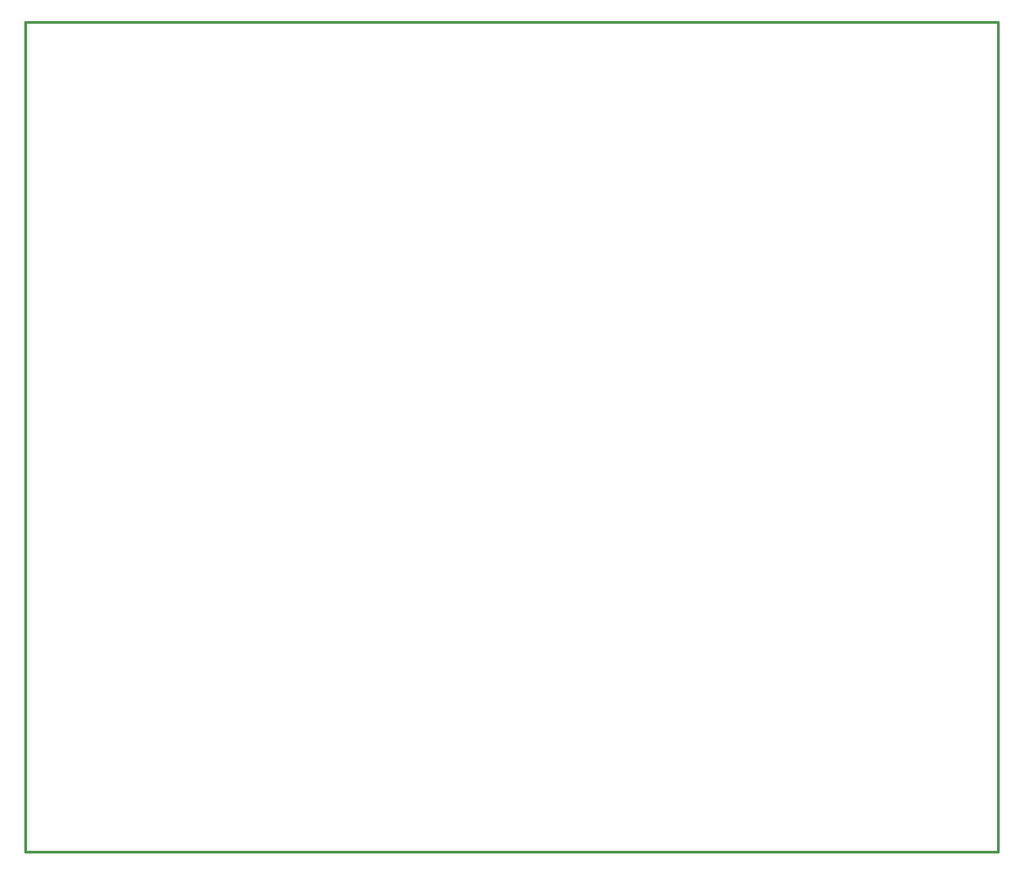
<source format=gbr>
G04 (created by PCBNEW-RS274X (2011-05-25)-stable) date Sat 09 Jun 2012 10:58:35 AM MDT*
G01*
G70*
G90*
%MOIN*%
G04 Gerber Fmt 3.4, Leading zero omitted, Abs format*
%FSLAX34Y34*%
G04 APERTURE LIST*
%ADD10C,0.006000*%
%ADD11C,0.015000*%
%ADD12R,0.075000X0.075000*%
%ADD13C,0.075000*%
%ADD14C,0.079100*%
%ADD15R,0.080000X0.080000*%
%ADD16C,0.080000*%
%ADD17R,0.095000X0.095000*%
%ADD18C,0.095000*%
%ADD19O,0.110000X0.082000*%
%ADD20R,0.110000X0.082000*%
%ADD21O,0.082000X0.110000*%
%ADD22R,0.082000X0.110000*%
%ADD23C,0.090000*%
%ADD24R,0.090000X0.090000*%
%ADD25R,0.085000X0.085000*%
%ADD26C,0.085000*%
%ADD27C,0.067200*%
%ADD28R,0.140000X0.140000*%
%ADD29C,0.140000*%
%ADD30O,0.118400X0.090900*%
%ADD31C,0.320000*%
G04 APERTURE END LIST*
G54D10*
G54D11*
X90000Y-70000D02*
X90000Y-71250D01*
X30000Y-71250D02*
X30000Y-69500D01*
X30000Y-20000D02*
X30000Y-70000D01*
X90000Y-20000D02*
X30000Y-20000D01*
X90000Y-70000D02*
X90000Y-20000D01*
X30000Y-71250D02*
X90000Y-71250D01*
%LPC*%
G54D12*
X58500Y-22500D03*
G54D13*
X57500Y-22500D03*
X56500Y-22500D03*
X55500Y-22500D03*
X54500Y-22500D03*
X53500Y-22500D03*
X52500Y-22500D03*
X51500Y-22500D03*
G54D12*
X50500Y-22500D03*
G54D13*
X49500Y-22500D03*
X48500Y-22500D03*
X47500Y-22500D03*
X46500Y-22500D03*
X45500Y-22500D03*
X44500Y-22500D03*
X43500Y-22500D03*
G54D14*
X88500Y-62000D03*
X78500Y-62000D03*
G54D15*
X69600Y-34800D03*
G54D16*
X70600Y-34800D03*
X71600Y-34800D03*
G54D15*
X69600Y-36400D03*
G54D16*
X70600Y-36400D03*
X71600Y-36400D03*
G54D15*
X69600Y-33200D03*
G54D16*
X70600Y-33200D03*
X71600Y-33200D03*
G54D15*
X37500Y-67500D03*
G54D16*
X38500Y-67500D03*
X39500Y-67500D03*
X40500Y-67500D03*
X41500Y-67500D03*
X42500Y-67500D03*
G54D15*
X48000Y-67500D03*
G54D16*
X49000Y-67500D03*
X50000Y-67500D03*
X51000Y-67500D03*
X52000Y-67500D03*
X53000Y-67500D03*
G54D17*
X73500Y-49500D03*
G54D18*
X73500Y-47500D03*
G54D17*
X82500Y-51500D03*
G54D18*
X82500Y-49500D03*
G54D19*
X51000Y-37000D03*
X51000Y-38000D03*
X51000Y-39000D03*
X51000Y-40000D03*
X51000Y-41000D03*
X51000Y-42000D03*
X51000Y-43000D03*
X51000Y-44000D03*
X51000Y-45000D03*
X51000Y-46000D03*
X51000Y-47000D03*
X51000Y-48000D03*
X51000Y-49000D03*
G54D20*
X51000Y-36000D03*
G54D19*
X54000Y-49000D03*
X54000Y-48000D03*
X54000Y-47000D03*
X54000Y-46000D03*
X54000Y-45000D03*
X54000Y-44000D03*
X54000Y-43000D03*
X54000Y-42000D03*
X54000Y-41000D03*
X54000Y-40000D03*
X54000Y-39000D03*
X54000Y-38000D03*
X54000Y-37000D03*
X54000Y-36000D03*
G54D21*
X34500Y-59000D03*
X35500Y-59000D03*
X36500Y-59000D03*
X37500Y-59000D03*
X38500Y-59000D03*
X39500Y-59000D03*
X40500Y-59000D03*
X41500Y-59000D03*
X42500Y-59000D03*
X43500Y-59000D03*
X44500Y-59000D03*
X45500Y-59000D03*
X46500Y-59000D03*
G54D22*
X33500Y-59000D03*
G54D21*
X46500Y-56000D03*
X45500Y-56000D03*
X44500Y-56000D03*
X43500Y-56000D03*
X42500Y-56000D03*
X41500Y-56000D03*
X40500Y-56000D03*
X39500Y-56000D03*
X38500Y-56000D03*
X37500Y-56000D03*
X36500Y-56000D03*
X35500Y-56000D03*
X34500Y-56000D03*
X33500Y-56000D03*
G54D22*
X52000Y-63000D03*
G54D21*
X53000Y-63000D03*
X54000Y-63000D03*
X55000Y-63000D03*
X56000Y-63000D03*
X57000Y-63000D03*
X58000Y-63000D03*
X59000Y-63000D03*
X60000Y-63000D03*
X60000Y-60000D03*
X59000Y-60000D03*
X58000Y-60000D03*
X57000Y-60000D03*
X56000Y-60000D03*
X55000Y-60000D03*
X54000Y-60000D03*
X53000Y-60000D03*
X52000Y-60000D03*
G54D23*
X84500Y-54000D03*
G54D24*
X88500Y-54000D03*
G54D12*
X88500Y-64500D03*
G54D13*
X85500Y-64500D03*
X76000Y-34500D03*
X74000Y-34500D03*
X76500Y-59000D03*
X74500Y-59000D03*
X67000Y-22500D03*
X69000Y-22500D03*
X85500Y-35000D03*
X84500Y-35000D03*
X71500Y-51500D03*
X73500Y-51500D03*
X85500Y-33000D03*
X84500Y-33000D03*
G54D15*
X61000Y-67500D03*
G54D16*
X62000Y-67500D03*
X63000Y-67500D03*
X64000Y-67500D03*
X65000Y-67500D03*
X66000Y-67500D03*
G54D24*
X68500Y-47500D03*
G54D23*
X68500Y-49500D03*
G54D13*
X84000Y-42500D03*
X84000Y-40500D03*
G54D23*
X68500Y-58500D03*
G54D24*
X68500Y-53500D03*
G54D23*
X77500Y-63000D03*
G54D24*
X73500Y-63000D03*
G54D12*
X79000Y-57500D03*
G54D13*
X79000Y-60500D03*
G54D12*
X80000Y-52500D03*
G54D13*
X77000Y-52500D03*
G54D15*
X74000Y-67500D03*
G54D16*
X75000Y-67500D03*
X76000Y-67500D03*
X77000Y-67500D03*
X78000Y-67500D03*
X79000Y-67500D03*
G54D12*
X40500Y-42000D03*
G54D13*
X39500Y-42000D03*
X38500Y-42000D03*
X37500Y-42000D03*
X36500Y-42000D03*
X35500Y-42000D03*
X34500Y-42000D03*
X33500Y-42000D03*
G54D19*
X80500Y-41500D03*
X80500Y-40500D03*
X80500Y-39500D03*
X80500Y-38500D03*
X80500Y-37500D03*
X80500Y-36500D03*
X80500Y-35500D03*
X80500Y-34500D03*
X80500Y-33500D03*
X80500Y-32500D03*
X80500Y-31500D03*
X80500Y-30500D03*
X80500Y-29500D03*
G54D20*
X80500Y-42500D03*
G54D19*
X77500Y-29500D03*
X77500Y-30500D03*
X77500Y-31500D03*
X77500Y-32500D03*
X77500Y-33500D03*
X77500Y-34500D03*
X77500Y-35500D03*
X77500Y-36500D03*
X77500Y-37500D03*
X77500Y-38500D03*
X77500Y-39500D03*
X77500Y-40500D03*
X77500Y-41500D03*
X77500Y-42500D03*
G54D15*
X73000Y-30500D03*
G54D16*
X73000Y-29500D03*
X74000Y-30500D03*
X74000Y-29500D03*
X75000Y-30500D03*
X75000Y-29500D03*
G54D13*
X89000Y-42500D03*
X89000Y-44500D03*
X86000Y-42500D03*
X86000Y-44500D03*
G54D25*
X70500Y-60000D03*
G54D26*
X71500Y-60000D03*
G54D24*
X64000Y-54500D03*
G54D23*
X66000Y-54500D03*
G54D13*
X66000Y-51500D03*
X64000Y-51500D03*
G54D24*
X78000Y-49500D03*
G54D23*
X78000Y-47500D03*
G54D25*
X73000Y-55500D03*
G54D26*
X73000Y-56500D03*
G54D13*
X76000Y-57000D03*
X76000Y-55000D03*
X74000Y-35500D03*
X76000Y-35500D03*
G54D26*
X69000Y-62000D03*
X66000Y-62000D03*
X64500Y-61000D03*
X67500Y-61000D03*
X88000Y-49500D03*
X88000Y-52500D03*
X86000Y-52500D03*
X86000Y-49500D03*
X44500Y-54500D03*
X47500Y-54500D03*
X78000Y-27500D03*
X75000Y-27500D03*
G54D27*
X64500Y-44000D03*
X64500Y-41000D03*
G54D12*
X66500Y-59000D03*
G54D13*
X65500Y-59000D03*
X65500Y-58000D03*
G54D23*
X82500Y-33000D03*
X82500Y-35000D03*
G54D22*
X53500Y-33500D03*
G54D21*
X54500Y-33500D03*
X55500Y-33500D03*
X56500Y-33500D03*
X57500Y-33500D03*
X58500Y-33500D03*
X59500Y-33500D03*
X60500Y-33500D03*
X61500Y-33500D03*
X61500Y-30500D03*
X60500Y-30500D03*
X59500Y-30500D03*
X58500Y-30500D03*
X57500Y-30500D03*
X56500Y-30500D03*
X55500Y-30500D03*
X54500Y-30500D03*
X53500Y-30500D03*
G54D22*
X43500Y-33500D03*
G54D21*
X44500Y-33500D03*
X45500Y-33500D03*
X46500Y-33500D03*
X47500Y-33500D03*
X48500Y-33500D03*
X49500Y-33500D03*
X50500Y-33500D03*
X51500Y-33500D03*
X51500Y-30500D03*
X50500Y-30500D03*
X49500Y-30500D03*
X48500Y-30500D03*
X47500Y-30500D03*
X46500Y-30500D03*
X45500Y-30500D03*
X44500Y-30500D03*
X43500Y-30500D03*
G54D22*
X33500Y-53500D03*
G54D21*
X34500Y-53500D03*
X35500Y-53500D03*
X36500Y-53500D03*
X37500Y-53500D03*
X38500Y-53500D03*
X39500Y-53500D03*
X40500Y-53500D03*
X41500Y-53500D03*
X41500Y-50500D03*
X40500Y-50500D03*
X39500Y-50500D03*
X38500Y-50500D03*
X37500Y-50500D03*
X36500Y-50500D03*
X35500Y-50500D03*
X34500Y-50500D03*
X33500Y-50500D03*
G54D22*
X40500Y-61000D03*
G54D21*
X39500Y-61000D03*
X38500Y-61000D03*
X37500Y-61000D03*
X36500Y-61000D03*
X35500Y-61000D03*
X34500Y-61000D03*
X33500Y-61000D03*
X32500Y-61000D03*
X32500Y-64000D03*
X33500Y-64000D03*
X34500Y-64000D03*
X35500Y-64000D03*
X36500Y-64000D03*
X37500Y-64000D03*
X38500Y-64000D03*
X39500Y-64000D03*
X40500Y-64000D03*
G54D26*
X85500Y-31500D03*
X85500Y-28500D03*
X86000Y-27500D03*
X83000Y-27500D03*
G54D12*
X33500Y-48000D03*
G54D13*
X34500Y-48000D03*
X35500Y-48000D03*
X36500Y-48000D03*
X37500Y-48000D03*
X38500Y-48000D03*
X39500Y-48000D03*
X40500Y-48000D03*
X40500Y-45000D03*
X39500Y-45000D03*
X38500Y-45000D03*
X37500Y-45000D03*
X36500Y-45000D03*
X35500Y-45000D03*
X34500Y-45000D03*
X33500Y-45000D03*
G54D28*
X70500Y-23500D03*
G54D29*
X84500Y-23500D03*
G54D26*
X55500Y-47000D03*
X55500Y-50000D03*
G54D22*
X50500Y-25500D03*
G54D21*
X49500Y-25500D03*
X48500Y-25500D03*
X47500Y-25500D03*
X46500Y-25500D03*
X45500Y-25500D03*
X44500Y-25500D03*
X43500Y-25500D03*
X43500Y-28500D03*
X44500Y-28500D03*
X45500Y-28500D03*
X46500Y-28500D03*
X47500Y-28500D03*
X48500Y-28500D03*
X49500Y-28500D03*
X50500Y-28500D03*
G54D22*
X51500Y-28500D03*
G54D21*
X52500Y-28500D03*
X53500Y-28500D03*
X54500Y-28500D03*
X55500Y-28500D03*
X56500Y-28500D03*
X57500Y-28500D03*
X58500Y-28500D03*
X58500Y-25500D03*
X57500Y-25500D03*
X56500Y-25500D03*
X55500Y-25500D03*
X54500Y-25500D03*
X53500Y-25500D03*
X52500Y-25500D03*
X51500Y-25500D03*
G54D15*
X88000Y-41000D03*
G54D16*
X88000Y-40000D03*
X88000Y-39000D03*
X88000Y-38000D03*
X88000Y-37000D03*
X88000Y-36000D03*
G54D30*
X80504Y-55500D03*
X80504Y-54122D03*
X80504Y-56878D03*
X81685Y-56209D03*
X81685Y-54791D03*
G54D31*
X32500Y-22500D03*
X87500Y-22500D03*
X32500Y-67500D03*
X87500Y-67500D03*
M02*

</source>
